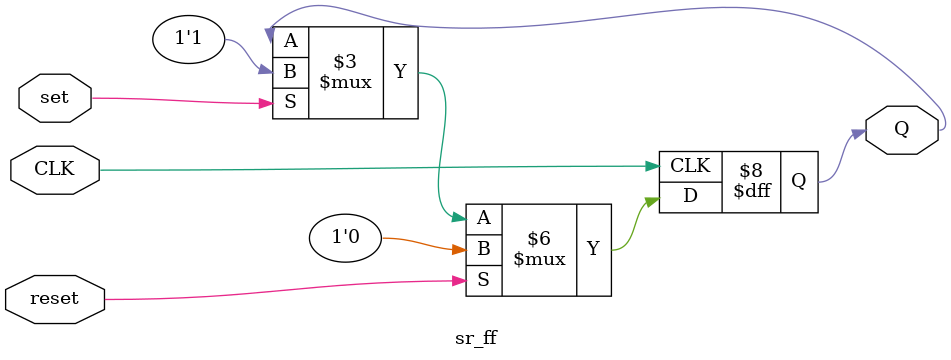
<source format=v>
module sr_ff (
  input CLK, 
  input set,
  input reset,
  output reg Q = 1'b0
);
always @ (posedge CLK)
begin
  if (reset)
    Q <= 1'b0;
  else if (set)
    Q <= 1'b1;
end
endmodule

</source>
